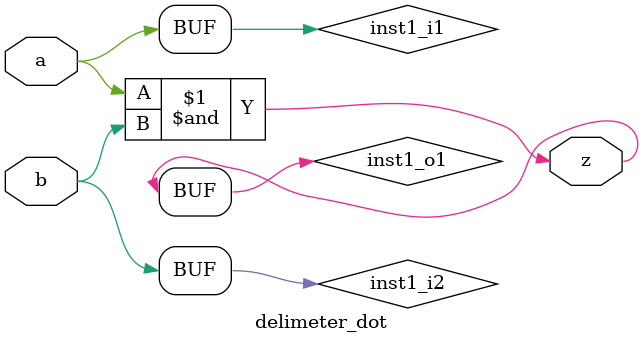
<source format=v>

module delimeter_dot (
  input a,
  input b,
  output z) ; 
  
wire  inst1_i1;
wire  inst1_i2;
wire  inst1_o1;
 
  assign  inst1_o1 = inst1_i1 & inst1_i2 ;
assign inst1_i1 = a;
assign inst1_i2 = b;
assign z = inst1_o1;
 
endmodule

</source>
